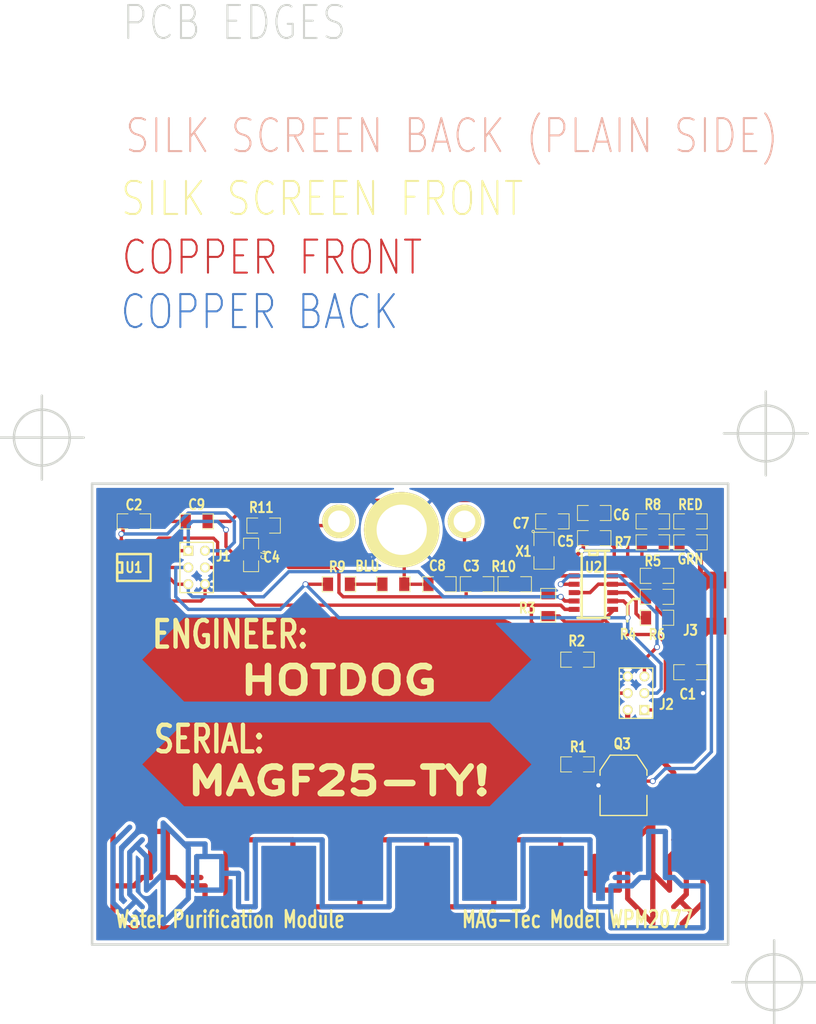
<source format=kicad_pcb>
(kicad_pcb (version 20240108) (generator "pcbnew") (generator_version "8.0")
  (title_block (date "10 dec 2012"))
  (layers (0 "F.Cu" signal "Front") (31 "B.Cu" signal "Back") (36 "B.SilkS" user "B.Silkscreen") (37 "F.SilkS" user "F.Silkscreen") (38 "B.Mask" user) (39 "F.Mask" user) (44 "Edge.Cuts" user))
  (net 0 "")
  (net 1 "/85RESET")
  (net 2 "/MISO")
  (net 3 "/MISO_PGM")
  (net 4 "/MOSI")
  (net 5 "/PGM_ACTIVE")
  (net 6 "/PGM_ON")
  (net 7 "/SCK")
  (net 8 "/Touch1")
  (net 9 "/Touch2")
  (net 10 "GND")
  (net 11 "N-000005")
  (net 12 "N-000006")
  (net 13 "N-000007")
  (net 14 "N-000008")
  (net 15 "N-000009")
  (net 16 "N-000010")
  (net 17 "N-000011")
  (net 18 "N-000012")
  (net 19 "N-000015")
  (net 20 "N-000017")
  (net 21 "N-000019")
  (net 22 "N-000020")
  (net 23 "N-000021")
  (net 24 "N-000023")
  (net 25 "N-000025")
  (net 26 "VCC")
  (footprint "pin_array_3x2" (layer "F.Cu") (at 112.395 133.35 -90)
    (property "Reference" "")
    (property "Value" "" (hide yes))
  )
  (footprint "SO8N-WIDE" (layer "F.Cu") (at 102.87 133.35)
    (property "Reference" "")
    (property "Value" "")
  )
  (footprint "SO14M" (layer "F.Cu") (at 172.72 135.89 -90)
    (property "Reference" "")
    (property "Value" "")
  )
  (footprint "SM1210L" (layer "F.Cu") (at 165.1 130.81 -90)
    (property "Reference" "")
    (property "Value" "")
  )
  (footprint "SM1206" (layer "F.Cu") (at 170.18 147.32 180)
    (property "Reference" "")
    (property "Value" "1M" (hide yes))
  )
  (footprint "SM1206" (layer "F.Cu") (at 170.18 163.195 180)
    (property "Reference" "")
    (property "Value" "1M" (hide yes))
  )
  (footprint "SM1206" (layer "F.Cu") (at 182.245 137.795)
    (property "Reference" "")
    (property "Value" "33" (hide yes))
  )
  (footprint "SM1206" (layer "F.Cu") (at 182.245 134.62)
    (property "Reference" "")
    (property "Value" "1k5" (hide yes))
  )
  (footprint "SM1206" (layer "F.Cu") (at 182.245 140.97)
    (property "Reference" "")
    (property "Value" "33" (hide yes))
  )
  (footprint "SM1206" (layer "F.Cu") (at 102.87 126.365)
    (property "Reference" "")
    (property "Value" ".1u" (hide yes))
  )
  (footprint "SM1206" (layer "F.Cu") (at 120.65 131.445 -90)
    (property "Reference" "C4")
    (property "Value" "" (hide yes))
  )
  (footprint "SM1206" (layer "F.Cu") (at 181.61 129.54)
    (property "Reference" "")
    (property "Value" "680" (hide yes))
  )
  (footprint "SM1206" (layer "F.Cu") (at 181.61 126.365)
    (property "Reference" "")
    (property "Value" "680" (hide yes))
  )
  (footprint "SM1206" (layer "F.Cu") (at 187.325 129.54)
    (property "Reference" "")
    (property "Value" "GRN" (hide yes))
  )
  (footprint "SM1206" (layer "F.Cu") (at 187.325 126.365)
    (property "Reference" "")
    (property "Value" "RED" (hide yes))
  )
  (footprint "pin_array_3x2" (layer "F.Cu") (at 179.07 152.4 90)
    (property "Reference" "")
    (property "Value" "AVR-ISP-6" (hide yes))
  )
  (footprint "1pin" (layer "F.Cu") (at 133.985 126.365 180)
    (property "Reference" "")
    (property "Value" "CONN_1" (hide yes))
  )
  (footprint "Pad1" (layer "F.Cu") (at 110.49 163.195 180)
    (property "Reference" "")
    (property "Value" "")
  )
  (footprint "Pad1" (layer "F.Cu") (at 156.845 163.195)
    (property "Reference" "")
    (property "Value" "")
  )
  (footprint "Pad1" (layer "F.Cu") (at 156.845 147.32)
    (property "Reference" "")
    (property "Value" "")
  )
  (footprint "Pad1" (layer "F.Cu") (at 110.49 147.32)
    (property "Reference" "")
    (property "Value" "")
  )
  (footprint "SM1206" (layer "F.Cu") (at 133.985 135.89)
    (property "Reference" "")
    (property "Value" "680" (hide yes))
  )
  (footprint "SM1206" (layer "F.Cu") (at 154.94 135.89 180)
    (property "Reference" "")
    (property "Value" "1u" (hide yes))
  )
  (footprint "SM1206" (layer "F.Cu") (at 142.24 135.89)
    (property "Reference" "")
    (property "Value" "LED" (hide yes))
  )
  (footprint "SM1206" (layer "F.Cu") (at 165.735 139.065 -90)
    (property "Reference" "")
    (property "Value" "120" (hide yes))
  )
  (footprint "SM1206" (layer "F.Cu") (at 187.325 149.225)
    (property "Reference" "")
    (property "Value" "10u" (hide yes))
  )
  (footprint "SOT223" (layer "F.Cu") (at 177.165 166.37)
    (property "Reference" "")
    (property "Value" "")
  )
  (footprint "SM1206" (layer "F.Cu") (at 172.72 128.905)
    (property "Reference" "")
    (property "Value" "1u" (hide yes))
  )
  (footprint "SM1206" (layer "F.Cu") (at 149.225 135.89 180)
    (property "Reference" "")
    (property "Value" ".01u" (hide yes))
  )
  (footprint "SM1206" (layer "F.Cu") (at 112.395 126.365 180)
    (property "Reference" "")
    (property "Value" "" (hide yes))
  )
  (footprint "SM1206" (layer "F.Cu") (at 122.555 127 180)
    (property "Reference" "")
    (property "Value" "" (hide yes))
  )
  (footprint "SM1206" (layer "F.Cu") (at 160.655 135.89 180)
    (property "Reference" "")
    (property "Value" "1k" (hide yes))
  )
  (footprint "SM1206" (layer "F.Cu") (at 166.37 126.365 180)
    (property "Reference" "")
    (property "Value" "12p" (hide yes))
  )
  (footprint "SM1206" (layer "F.Cu") (at 172.72 125.095 180)
    (property "Reference" "")
    (property "Value" "12p" (hide yes))
  )
  (footprint "1pin" (layer "F.Cu") (at 153.035 126.365)
    (property "Reference" "")
    (property "Value" "CONN_1" (hide yes))
  )
  (footprint "1pin" (layer "F.Cu") (at 143.51 127.635)
    (property "Reference" "P1")
    (property "Value" "" (hide yes))
  )
  (footprint "USB-MiniB" (layer "F.Cu") (at 189.23 136.525 90)
    (property "Reference" "")
    (property "Value" "")
  )
  (gr_line (start 177.75428 141.52626) (end 177.75428 139.01166) (stroke (width 0.381)) (layer "F.SilkS"))
  (gr_line (start 178.64836 138.11758) (end 179.48656 138.11758) (stroke (width 0.381)) (layer "F.SilkS"))
  (gr_line (start 177.75428 139.01166) (end 178.64836 138.11758) (stroke (width 0.381)) (layer "F.SilkS"))
  (gr_line (start 193.04 120.65) (end 193.04 190.5) (stroke (width 0.381)) (layer "Edge.Cuts"))
  (gr_line (start 96.52 190.5) (end 96.52 120.65) (stroke (width 0.381)) (layer "Edge.Cuts"))
  (gr_line (start 193.04 190.5) (end 96.52 190.5) (stroke (width 0.381)) (layer "Edge.Cuts"))
  (gr_line (start 96.52 120.65) (end 193.04 120.65) (stroke (width 0.381)) (layer "Edge.Cuts"))
  (gr_text "COPPER FRONT" (at 123.825 86.36 0) (layer "F.Cu") (effects (font (size 5.00126 4.0005) (thickness 0.3048))))
  (gr_text "COPPER BACK" (at 121.92 94.615 0) (layer "B.Cu") (effects (font (size 5.00126 4.0005) (thickness 0.3048))))
  (gr_text "SILK SCREEN BACK (PLAIN SIDE)" (at 151.13 67.945 0) (layer "B.SilkS") (effects (font (size 5.00126 4.0005) (thickness 0.3048))))
  (gr_text "C2" (at 102.87508 123.86818 0) (layer "F.SilkS") (effects (font (size 1.524 1.27) (thickness 0.3048))))
  (gr_text "R2" (at 170.0657 144.49552 0) (layer "F.SilkS") (effects (font (size 1.524 1.27) (thickness 0.3048))))
  (gr_text "R6" (at 182.245 143.51 0) (layer "F.SilkS") (effects (font (size 1.524 1.27) (thickness 0.3048))))
  (gr_text "C3" (at 154.06116 133.14426 0) (layer "F.SilkS") (effects (font (size 1.524 1.27) (thickness 0.3048))))
  (gr_text "U1" (at 102.87 133.35 0) (layer "F.SilkS") (effects (font (size 1.524 1.27) (thickness 0.3048))))
  (gr_text "R3" (at 162.55492 139.51458 0) (layer "F.SilkS") (effects (font (size 1.524 1.27) (thickness 0.3048))))
  (gr_text "C4" (at 123.7742 131.80314 0) (layer "F.SilkS") (effects (font (size 1.524 1.27) (thickness 0.3048))))
  (gr_text "J2" (at 183.67756 154.09926 0) (layer "F.SilkS") (effects (font (size 1.524 1.27) (thickness 0.3048))))
  (gr_text "R4" (at 177.86604 143.48206 0) (layer "F.SilkS") (effects (font (size 1.524 1.27) (thickness 0.3048))))
  (gr_text "ENGINEER:" (at 117.475 143.51 0) (layer "F.SilkS") (effects (font (size 4.03098 3.02514) (thickness 0.6604))))
  (gr_text "R8" (at 181.61 123.825 0) (layer "F.SilkS") (effects (font (size 1.524 1.27) (thickness 0.3048))))
  (gr_text "C9" (at 112.395 123.825 0) (layer "F.SilkS") (effects (font (size 1.524 1.27) (thickness 0.3048))))
  (gr_text "MAG-Tec Model WPM2077" (at 170.18 186.69 0) (layer "F.SilkS") (effects (font (size 2.54 1.778) (thickness 0.381))))
  (gr_text "RED" (at 187.325 123.825 0) (layer "F.SilkS") (effects (font (size 1.524 1.27) (thickness 0.3048))))
  (gr_text "R10" (at 158.9786 133.20014 0) (layer "F.SilkS") (effects (font (size 1.524 1.27) (thickness 0.3048))))
  (gr_text "R11" (at 122.20956 124.25934 0) (layer "F.SilkS") (effects (font (size 1.524 1.27) (thickness 0.3048))))
  (gr_text "C5" (at 168.36644 129.4003 0) (layer "F.SilkS") (effects (font (size 1.524 1.27) (thickness 0.3048))))
  (gr_text "R9" (at 133.72084 133.25602 0) (layer "F.SilkS") (effects (font (size 1.524 1.27) (thickness 0.3048))))
  (gr_text "GRN" (at 187.325 132.08 0) (layer "F.SilkS") (effects (font (size 1.524 1.27) (thickness 0.3048))))
  (gr_text "C8" (at 148.9202 133.08838 0) (layer "F.SilkS") (effects (font (size 1.524 1.27) (thickness 0.3048))))
  (gr_text "R1" (at 170.2943 160.54832 0) (layer "F.SilkS") (effects (font (size 1.524 1.27) (thickness 0.3048))))
  (gr_text "SERIAL:" (at 114.3 159.385 0) (layer "F.SilkS") (effects (font (size 4.03098 3.02514) (thickness 0.6604))))
  (gr_text "HOTDOG" (at 133.985 150.495 0) (layer "F.SilkS") (effects (font (size 4.03098 5.02666) (thickness 1.0033))))
  (gr_text "C7" (at 161.60496 126.66218 0) (layer "F.SilkS") (effects (font (size 1.524 1.27) (thickness 0.3048))))
  (gr_text "J3" (at 187.325 142.875 0) (layer "F.SilkS") (effects (font (size 1.524 1.27) (thickness 0.3048))))
  (gr_text "U2" (at 172.61332 133.3119 0) (layer "F.SilkS") (effects (font (size 1.524 1.27) (thickness 0.3048))))
  (gr_text "J1" (at 116.45392 131.6355 0) (layer "F.SilkS") (effects (font (size 1.524 1.27) (thickness 0.3048))))
  (gr_text "R7" (at 177.08372 129.56794 0) (layer "F.SilkS") (effects (font (size 1.524 1.27) (thickness 0.3048))))
  (gr_text "Q3" (at 176.97196 160.07842 0) (layer "F.SilkS") (effects (font (size 1.524 1.27) (thickness 0.3048))))
  (gr_text "BLU" (at 138.303 133.14426 0) (layer "F.SilkS") (effects (font (size 1.524 1.27) (thickness 0.3048))))
  (gr_text "Water Purification Module" (at 117.475 186.69 0) (layer "F.SilkS") (effects (font (size 2.54 1.778) (thickness 0.381))))
  (gr_text "X1" (at 161.99612 130.90906 0) (layer "F.SilkS") (effects (font (size 1.524 1.27) (thickness 0.3048))))
  (gr_text "C6" (at 176.8602 125.37694 0) (layer "F.SilkS") (effects (font (size 1.524 1.27) (thickness 0.3048))))
  (gr_text "SILK SCREEN FRONT" (at 131.445 77.47 0) (layer "F.SilkS") (effects (font (size 5.00126 4.0005) (thickness 0.3048))))
  (gr_text "MAGF25-TY!" (at 133.985 165.735 0) (layer "F.SilkS") (effects (font (size 4.03098 5.02666) (thickness 1.0033))))
  (gr_text "C1" (at 186.9186 152.54732 0) (layer "F.SilkS") (effects (font (size 1.524 1.27) (thickness 0.3048))))
  (gr_text "R5" (at 181.61 132.36194 0) (layer "F.SilkS") (effects (font (size 1.524 1.27) (thickness 0.3048))))
  (gr_text "PCB EDGES" (at 118.11 50.8 0) (layer "Edge.Cuts") (effects (font (size 5.00126 4.0005) (thickness 0.3048))))
  (target plus (at 200.025 196.215) (size 12.7) (width 0.381) (layer "Edge.Cuts"))
  (target plus (at 88.9 113.665) (size 12.7) (width 0.381) (layer "Edge.Cuts"))
  (target plus (at 198.755 113.03) (size 12.7) (width 0.381) (layer "Edge.Cuts"))
  (segment (start 111.125 180.34) (end 113.03 180.34) (width 0.8001) (layer "F.Cu") (net 0))
  (segment (start 161.925 184.785) (end 151.765 184.785) (width 0.8001) (layer "B.Cu") (net 0))
  (segment (start 183.515 173.355) (end 180.975 173.355) (width 0.8001) (layer "B.Cu") (net 0))
  (segment (start 110.49 175.26) (end 113.665 175.26) (width 0.8001) (layer "B.Cu") (net 0))
  (segment (start 183.515 180.34) (end 183.515 173.355) (width 0.8001) (layer "B.Cu") (net 0))
  (segment (start 112.395 177.165) (end 112.395 182.245) (width 0.8001) (layer "B.Cu") (net 0))
  (segment (start 104.775 177.165) (end 103.1875 175.5775) (width 0.8001) (layer "B.Cu") (net 0))
  (segment (start 102.235 182.88) (end 103.1875 183.8325) (width 0.8001) (layer "B.Cu") (net 0))
  (segment (start 107.315 187.325) (end 111.125 183.515) (width 0.8001) (layer "B.Cu") (net 0))
  (segment (start 101.2825 185.7375) (end 99.695 184.15) (width 0.8001) (layer "B.Cu") (net 0))
  (segment (start 116.205 179.705) (end 117.475 179.705) (width 0.8001) (layer "B.Cu") (net 0))
  (segment (start 161.925 174.625) (end 161.925 184.785) (width 0.8001) (layer "B.Cu") (net 0))
  (segment (start 116.205 179.705) (end 117.475 179.705) (width 0.8001) (layer "B.Cu") (net 0))
  (segment (start 100.965 173.99) (end 102.235 172.72) (width 0.8001) (layer "B.Cu") (net 0))
  (segment (start 101.2825 185.7375) (end 103.1875 183.8325) (width 0.8001) (layer "B.Cu") (net 0))
  (segment (start 180.975 173.355) (end 180.975 180.34) (width 0.8001) (layer "B.Cu") (net 0))
  (segment (start 151.765 184.785) (end 151.765 174.625) (width 0.8001) (layer "B.Cu") (net 0))
  (segment (start 103.1875 175.5775) (end 103.505 175.26) (width 0.8001) (layer "B.Cu") (net 0))
  (segment (start 99.695 184.15) (end 99.695 175.26) (width 0.8001) (layer "B.Cu") (net 0))
  (segment (start 175.26 187.96) (end 189.23 187.96) (width 0.8001) (layer "B.Cu") (net 0))
  (segment (start 175.26 184.785) (end 175.26 187.96) (width 0.8001) (layer "B.Cu") (net 0))
  (segment (start 184.785 180.34) (end 183.515 180.34) (width 0.8001) (layer "B.Cu") (net 0))
  (segment (start 113.03 177.165) (end 112.395 177.165) (width 0.8001) (layer "B.Cu") (net 0))
  (segment (start 175.26 181.61) (end 175.26 184.785) (width 0.8001) (layer "B.Cu") (net 0))
  (segment (start 172.085 184.785) (end 172.085 174.625) (width 0.8001) (layer "B.Cu") (net 0))
  (segment (start 99.695 175.26) (end 100.965 173.99) (width 0.8001) (layer "B.Cu") (net 0))
  (segment (start 116.205 177.165) (end 113.03 177.165) (width 0.8001) (layer "B.Cu") (net 0))
  (segment (start 175.26 184.785) (end 172.085 184.785) (width 0.8001) (layer "B.Cu") (net 0))
  (segment (start 104.14 174.625) (end 103.505 175.26) (width 0.8001) (layer "B.Cu") (net 0))
  (segment (start 103.505 175.26) (end 102.235 176.53) (width 0.8001) (layer "B.Cu") (net 0))
  (segment (start 177.8 180.34) (end 175.895 180.34) (width 0.8001) (layer "B.Cu") (net 0))
  (segment (start 131.445 184.785) (end 131.445 174.625) (width 0.8001) (layer "B.Cu") (net 0))
  (segment (start 141.605 174.625) (end 141.605 184.785) (width 0.8001) (layer "B.Cu") (net 0))
  (segment (start 107.315 172.085) (end 107.315 179.705) (width 0.8001) (layer "B.Cu") (net 0))
  (segment (start 111.125 183.515) (end 111.125 175.895) (width 0.8001) (layer "B.Cu") (net 0))
  (segment (start 141.605 184.785) (end 131.445 184.785) (width 0.8001) (layer "B.Cu") (net 0))
  (segment (start 113.665 175.26) (end 113.665 177.165) (width 0.8001) (layer "B.Cu") (net 0))
  (segment (start 102.235 176.53) (end 102.235 182.88) (width 0.8001) (layer "B.Cu") (net 0))
  (segment (start 118.745 184.785) (end 118.745 179.705) (width 0.8001) (layer "B.Cu") (net 0))
  (segment (start 117.475 179.705) (end 118.745 179.705) (width 0.8001) (layer "B.Cu") (net 0))
  (segment (start 121.285 184.785) (end 118.745 184.785) (width 0.8001) (layer "B.Cu") (net 0))
  (segment (start 178.435 181.61) (end 175.26 181.61) (width 0.8001) (layer "B.Cu") (net 0))
  (segment (start 111.125 175.895) (end 107.315 172.085) (width 0.8001) (layer "B.Cu") (net 0))
  (segment (start 189.23 181.61) (end 186.055 181.61) (width 0.8001) (layer "B.Cu") (net 0))
  (segment (start 107.315 179.705) (end 104.775 182.245) (width 0.8001) (layer "B.Cu") (net 0))
  (segment (start 104.775 182.245) (end 104.775 177.165) (width 0.8001) (layer "B.Cu") (net 0))
  (segment (start 189.23 187.96) (end 189.23 186.69) (width 0.8001) (layer "B.Cu") (net 0))
  (segment (start 179.705 180.34) (end 178.435 181.61) (width 0.8001) (layer "B.Cu") (net 0))
  (segment (start 131.445 174.625) (end 121.285 174.625) (width 0.8001) (layer "B.Cu") (net 0))
  (segment (start 102.87 187.325) (end 101.2825 185.7375) (width 0.8001) (layer "B.Cu") (net 0))
  (segment (start 107.315 186.055) (end 107.315 187.325) (width 0.8001) (layer "B.Cu") (net 0))
  (segment (start 107.315 179.705) (end 107.315 186.055) (width 0.8001) (layer "B.Cu") (net 0))
  (segment (start 172.085 174.625) (end 161.925 174.625) (width 0.8001) (layer "B.Cu") (net 0))
  (segment (start 189.23 186.69) (end 189.23 181.61) (width 0.8001) (layer "B.Cu") (net 0))
  (segment (start 121.285 174.625) (end 121.285 184.785) (width 0.8001) (layer "B.Cu") (net 0))
  (segment (start 151.765 174.625) (end 141.605 174.625) (width 0.8001) (layer "B.Cu") (net 0))
  (segment (start 112.395 182.245) (end 116.205 182.245) (width 0.8001) (layer "B.Cu") (net 0))
  (segment (start 116.205 182.245) (end 116.205 177.165) (width 0.8001) (layer "B.Cu") (net 0))
  (segment (start 103.1875 183.8325) (end 104.14 184.785) (width 0.8001) (layer "B.Cu") (net 0))
  (segment (start 186.055 181.61) (end 184.785 180.34) (width 0.8001) (layer "B.Cu") (net 0))
  (segment (start 180.975 180.34) (end 179.705 180.34) (width 0.8001) (layer "B.Cu") (net 0))
  (segment (start 100.965 136.779) (end 100.965 135.255) (width 0.508) (layer "F.Cu") (net 1))
  (segment (start 169.672 138.43) (end 168.275 138.43) (width 0.508) (layer "F.Cu") (net 1))
  (segment (start 107.95 134.62) (end 109.22 135.89) (width 0.508) (layer "F.Cu") (net 1))
  (segment (start 100.965 135.255) (end 101.6 134.62) (width 0.508) (layer "F.Cu") (net 1))
  (segment (start 101.6 134.62) (end 107.95 134.62) (width 0.508) (layer "F.Cu") (net 1))
  (segment (start 168.275 138.43) (end 167.64 137.795) (width 0.508) (layer "F.Cu") (net 1))
  (segment (start 109.22 135.89) (end 111.125 135.89) (width 0.508) (layer "F.Cu") (net 1))
  (segment (start 169.418 138.43) (end 168.275 138.43) (width 0.508) (layer "F.Cu") (net 1))
  (segment (start 168.275 138.43) (end 167.64 137.795) (width 0.508) (layer "F.Cu") (net 1))
  (via (at 167.64 137.795) (size 0.889) (drill 0.635) (layers "F.Cu" "B.Cu") (net 1))
  (segment (start 111.125 135.89) (end 111.125 137.16) (width 0.508) (layer "B.Cu") (net 1))
  (segment (start 167.64 137.795) (end 149.86 137.795) (width 0.508) (layer "B.Cu") (net 1))
  (segment (start 149.86 137.795) (end 146.05 133.985) (width 0.508) (layer "B.Cu") (net 1))
  (segment (start 126.365 133.985) (end 122.555 137.795) (width 0.508) (layer "B.Cu") (net 1))
  (segment (start 146.05 133.985) (end 144.78 133.985) (width 0.508) (layer "B.Cu") (net 1))
  (segment (start 111.76 137.795) (end 111.125 137.16) (width 0.508) (layer "B.Cu") (net 1))
  (segment (start 122.555 137.795) (end 111.76 137.795) (width 0.508) (layer "B.Cu") (net 1))
  (segment (start 144.78 133.985) (end 126.365 133.985) (width 0.508) (layer "B.Cu") (net 1))
  (segment (start 153.035 137.795) (end 165.354 137.795) (width 0.508) (layer "F.Cu") (net 2))
  (segment (start 133.35 133.35) (end 133.985 133.985) (width 0.508) (layer "F.Cu") (net 2))
  (segment (start 165.354 137.795) (end 165.735 137.414) (width 0.508) (layer "F.Cu") (net 2))
  (segment (start 107.315 130.81) (end 106.045 132.08) (width 0.508) (layer "F.Cu") (net 2))
  (segment (start 152.4 137.795) (end 152.654 137.795) (width 0.508) (layer "F.Cu") (net 2))
  (segment (start 103.505 131.445) (end 103.505 129.921) (width 0.508) (layer "F.Cu") (net 2))
  (segment (start 126.365 133.35) (end 133.35 133.35) (width 0.508) (layer "F.Cu") (net 2))
  (segment (start 104.14 132.08) (end 103.505 131.445) (width 0.508) (layer "F.Cu") (net 2))
  (segment (start 134.62 137.795) (end 152.4 137.795) (width 0.508) (layer "F.Cu") (net 2))
  (segment (start 133.985 137.16) (end 134.62 137.795) (width 0.508) (layer "F.Cu") (net 2))
  (segment (start 153.289 135.89) (end 153.289 137.795) (width 0.508) (layer "F.Cu") (net 2))
  (segment (start 152.4 137.795) (end 153.035 137.795) (width 0.508) (layer "F.Cu") (net 2))
  (segment (start 106.045 132.08) (end 104.14 132.08) (width 0.508) (layer "F.Cu") (net 2))
  (segment (start 118.11 131.445) (end 124.46 131.445) (width 0.508) (layer "F.Cu") (net 2))
  (segment (start 116.84 130.175) (end 118.11 131.445) (width 0.508) (layer "F.Cu") (net 2))
  (segment (start 116.84 127.635) (end 116.84 130.175) (width 0.508) (layer "F.Cu") (net 2))
  (segment (start 111.125 130.81) (end 107.315 130.81) (width 0.508) (layer "F.Cu") (net 2))
  (segment (start 153.289 137.795) (end 153.035 137.795) (width 0.508) (layer "F.Cu") (net 2))
  (segment (start 124.46 131.445) (end 126.365 133.35) (width 0.508) (layer "F.Cu") (net 2))
  (segment (start 133.985 133.985) (end 133.985 137.16) (width 0.508) (layer "F.Cu") (net 2))
  (via (at 111.125 130.81) (size 0.889) (drill 0.635) (layers "F.Cu" "B.Cu") (net 2))
  (via (at 116.84 127.635) (size 0.889) (drill 0.635) (layers "F.Cu" "B.Cu") (net 2))
  (segment (start 111.76 126.365) (end 115.57 126.365) (width 0.508) (layer "B.Cu") (net 2))
  (segment (start 111.125 130.81) (end 111.125 127) (width 0.508) (layer "B.Cu") (net 2))
  (segment (start 111.125 127) (end 111.76 126.365) (width 0.508) (layer "B.Cu") (net 2))
  (segment (start 115.57 126.365) (end 116.84 127.635) (width 0.508) (layer "B.Cu") (net 2))
  (segment (start 183.515 144.78) (end 182.245 143.51) (width 0.508) (layer "F.Cu") (net 3))
  (segment (start 173.863 141.605) (end 174.244 141.224) (width 0.508) (layer "F.Cu") (net 3))
  (segment (start 174.244 141.224) (end 175.768 139.7) (width 0.508) (layer "F.Cu") (net 3))
  (segment (start 165.735 140.716) (end 167.386 140.716) (width 0.508) (layer "F.Cu") (net 3))
  (segment (start 168.275 141.605) (end 167.386 140.716) (width 0.508) (layer "F.Cu") (net 3))
  (segment (start 183.515 153.67) (end 183.515 144.78) (width 0.508) (layer "F.Cu") (net 3))
  (segment (start 173.863 141.605) (end 168.275 141.605) (width 0.508) (layer "F.Cu") (net 3))
  (segment (start 182.245 154.94) (end 183.515 153.67) (width 0.508) (layer "F.Cu") (net 3))
  (segment (start 167.386 140.716) (end 167.64 140.97) (width 0.508) (layer "F.Cu") (net 3))
  (segment (start 167.386 140.716) (end 165.735 140.716) (width 0.508) (layer "F.Cu") (net 3))
  (segment (start 168.275 141.605) (end 173.863 141.605) (width 0.508) (layer "F.Cu") (net 3))
  (segment (start 175.514 139.7) (end 175.514 139.954) (width 0.508) (layer "F.Cu") (net 3))
  (segment (start 167.64 140.97) (end 168.275 141.605) (width 0.508) (layer "F.Cu") (net 3))
  (segment (start 180.34 154.94) (end 182.245 154.94) (width 0.508) (layer "F.Cu") (net 3))
  (segment (start 176.53 143.51) (end 174.244 141.224) (width 0.508) (layer "F.Cu") (net 3))
  (segment (start 167.386 140.716) (end 167.64 140.97) (width 0.508) (layer "F.Cu") (net 3))
  (segment (start 182.245 143.51) (end 176.53 143.51) (width 0.508) (layer "F.Cu") (net 3))
  (segment (start 175.514 139.954) (end 173.863 141.605) (width 0.508) (layer "F.Cu") (net 3))
  (segment (start 114.935 133.35) (end 113.665 133.35) (width 0.508) (layer "F.Cu") (net 4))
  (segment (start 175.895 144.78) (end 175.895 151.765) (width 0.508) (layer "F.Cu") (net 4))
  (segment (start 115.2525 133.0325) (end 114.935 133.35) (width 0.508) (layer "F.Cu") (net 4))
  (segment (start 169.418 139.7) (end 168.91 139.7) (width 0.508) (layer "F.Cu") (net 4))
  (segment (start 163.195 139.065) (end 163.195 141.605) (width 0.508) (layer "F.Cu") (net 4))
  (segment (start 173.99 142.875) (end 175.895 144.78) (width 0.508) (layer "F.Cu") (net 4))
  (segment (start 115.316 133.096) (end 115.57 133.35) (width 0.508) (layer "F.Cu") (net 4))
  (segment (start 164.465 142.875) (end 173.99 142.875) (width 0.508) (layer "F.Cu") (net 4))
  (segment (start 176.53 152.4) (end 177.8 152.4) (width 0.508) (layer "F.Cu") (net 4))
  (segment (start 168.275 139.7) (end 167.64 139.065) (width 0.508) (layer "F.Cu") (net 4))
  (segment (start 104.775 129.921) (end 105.664 129.921) (width 0.508) (layer "F.Cu") (net 4))
  (segment (start 167.64 139.065) (end 163.195 139.065) (width 0.508) (layer "F.Cu") (net 4))
  (segment (start 121.285 139.065) (end 115.57 133.35) (width 0.508) (layer "F.Cu") (net 4))
  (segment (start 105.664 129.921) (end 106.68 128.905) (width 0.508) (layer "F.Cu") (net 4))
  (segment (start 176.53 152.4) (end 177.8 152.4) (width 0.508) (layer "F.Cu") (net 4))
  (segment (start 163.195 141.605) (end 164.465 142.875) (width 0.508) (layer "F.Cu") (net 4))
  (segment (start 115.57 133.35) (end 115.2525 133.0325) (width 0.508) (layer "F.Cu") (net 4))
  (segment (start 164.465 142.875) (end 173.99 142.875) (width 0.508) (layer "F.Cu") (net 4))
  (segment (start 168.275 139.7) (end 167.64 139.065) (width 0.508) (layer "F.Cu") (net 4))
  (segment (start 175.895 144.78) (end 175.895 151.765) (width 0.508) (layer "F.Cu") (net 4))
  (segment (start 115.2525 129.2225) (end 115.57 129.54) (width 0.508) (layer "F.Cu") (net 4))
  (segment (start 175.895 151.765) (end 176.53 152.4) (width 0.508) (layer "F.Cu") (net 4))
  (segment (start 163.195 139.065) (end 121.285 139.065) (width 0.508) (layer "F.Cu") (net 4))
  (segment (start 169.672 139.7) (end 168.275 139.7) (width 0.508) (layer "F.Cu") (net 4))
  (segment (start 114.935 128.905) (end 115.2525 129.2225) (width 0.508) (layer "F.Cu") (net 4))
  (segment (start 120.65 133.096) (end 115.316 133.096) (width 0.508) (layer "F.Cu") (net 4))
  (segment (start 115.57 129.54) (end 115.57 132.715) (width 0.508) (layer "F.Cu") (net 4))
  (segment (start 167.64 139.065) (end 163.195 139.065) (width 0.508) (layer "F.Cu") (net 4))
  (segment (start 163.195 139.065) (end 163.195 141.605) (width 0.508) (layer "F.Cu") (net 4))
  (segment (start 173.99 142.875) (end 175.895 144.78) (width 0.508) (layer "F.Cu") (net 4))
  (segment (start 169.418 139.7) (end 168.275 139.7) (width 0.508) (layer "F.Cu") (net 4))
  (segment (start 163.195 141.605) (end 164.465 142.875) (width 0.508) (layer "F.Cu") (net 4))
  (segment (start 175.895 151.765) (end 176.53 152.4) (width 0.508) (layer "F.Cu") (net 4))
  (segment (start 106.68 128.905) (end 114.935 128.905) (width 0.508) (layer "F.Cu") (net 4))
  (segment (start 115.57 132.715) (end 115.2525 133.0325) (width 0.508) (layer "F.Cu") (net 4))
  (segment (start 177.8 132.715) (end 177.8 127) (width 0.508) (layer "F.Cu") (net 5))
  (segment (start 177.8 127) (end 178.689 126.111) (width 0.508) (layer "F.Cu") (net 5))
  (segment (start 178.689 126.111) (end 179.07 126.111) (width 0.508) (layer "F.Cu") (net 5))
  (segment (start 179.07 126.111) (end 179.705 126.111) (width 0.508) (layer "F.Cu") (net 5))
  (segment (start 175.514 133.35) (end 176.53 133.35) (width 0.508) (layer "F.Cu") (net 5))
  (segment (start 175.768 133.35) (end 176.53 133.35) (width 0.508) (layer "F.Cu") (net 5))
  (segment (start 177.165 133.35) (end 177.8 132.715) (width 0.508) (layer "F.Cu") (net 5))
  (segment (start 176.53 133.35) (end 177.165 133.35) (width 0.508) (layer "F.Cu") (net 5))
  (segment (start 179.705 126.111) (end 179.959 126.365) (width 0.508) (layer "F.Cu") (net 5))
  (segment (start 179.959 133.985) (end 180.594 134.62) (width 0.508) (layer "F.Cu") (net 6))
  (segment (start 175.768 134.62) (end 178.435 134.62) (width 0.508) (layer "F.Cu") (net 6))
  (segment (start 178.435 134.62) (end 178.689 134.62) (width 0.508) (layer "F.Cu") (net 6))
  (segment (start 178.435 134.62) (end 180.594 134.62) (width 0.508) (layer "F.Cu") (net 6))
  (segment (start 179.959 129.54) (end 179.959 133.985) (width 0.508) (layer "F.Cu") (net 6))
  (segment (start 180.594 134.239) (end 180.594 134.62) (width 0.508) (layer "F.Cu") (net 6))
  (segment (start 175.514 134.62) (end 180.594 134.62) (width 0.508) (layer "F.Cu") (net 6))
  (segment (start 102.235 129.921) (end 102.235 132.715) (width 0.508) (layer "F.Cu") (net 7))
  (segment (start 128.905 135.89) (end 132.334 135.89) (width 0.508) (layer "F.Cu") (net 7))
  (segment (start 175.768 138.43) (end 177.165 138.43) (width 0.508) (layer "F.Cu") (net 7))
  (segment (start 177.8 139.065) (end 177.8 140.97) (width 0.508) (layer "F.Cu") (net 7))
  (segment (start 177.165 138.43) (end 177.8 139.065) (width 0.508) (layer "F.Cu") (net 7))
  (segment (start 102.87 133.35) (end 111.125 133.35) (width 0.508) (layer "F.Cu") (net 7))
  (segment (start 177.8 139.065) (end 177.8 140.97) (width 0.508) (layer "F.Cu") (net 7))
  (segment (start 102.235 132.715) (end 102.87 133.35) (width 0.508) (layer "F.Cu") (net 7))
  (segment (start 175.514 138.43) (end 177.165 138.43) (width 0.508) (layer "F.Cu") (net 7))
  (segment (start 177.165 138.43) (end 177.8 139.065) (width 0.508) (layer "F.Cu") (net 7))
  (via (at 128.905 135.89) (size 0.889) (drill 0.635) (layers "F.Cu" "B.Cu") (net 7))
  (via (at 177.8 140.97) (size 0.889) (drill 0.635) (layers "F.Cu" "B.Cu") (net 7))
  (segment (start 177.8 142.875) (end 182.88 147.955) (width 0.508) (layer "B.Cu") (net 7))
  (segment (start 133.985 140.97) (end 177.8 140.97) (width 0.508) (layer "B.Cu") (net 7))
  (segment (start 109.22 133.35) (end 109.22 137.795) (width 0.508) (layer "B.Cu") (net 7))
  (segment (start 182.88 147.955) (end 182.88 151.765) (width 0.508) (layer "B.Cu") (net 7))
  (segment (start 177.8 140.97) (end 177.8 142.875) (width 0.508) (layer "B.Cu") (net 7))
  (segment (start 111.125 133.35) (end 109.22 133.35) (width 0.508) (layer "B.Cu") (net 7))
  (segment (start 182.88 151.765) (end 182.245 152.4) (width 0.508) (layer "B.Cu") (net 7))
  (segment (start 111.125 139.7) (end 125.095 139.7) (width 0.508) (layer "B.Cu") (net 7))
  (segment (start 125.095 139.7) (end 128.905 135.89) (width 0.508) (layer "B.Cu") (net 7))
  (segment (start 182.245 152.4) (end 180.34 152.4) (width 0.508) (layer "B.Cu") (net 7))
  (segment (start 128.905 135.89) (end 133.985 140.97) (width 0.508) (layer "B.Cu") (net 7))
  (segment (start 109.22 137.795) (end 111.125 139.7) (width 0.508) (layer "B.Cu") (net 7))
  (segment (start 159.385 147.32) (end 168.529 147.32) (width 0.508) (layer "F.Cu") (net 8))
  (segment (start 103.505 136.779) (end 103.505 140.335) (width 0.508) (layer "F.Cu") (net 8))
  (segment (start 156.845 147.32) (end 110.49 147.32) (width 13.081) (layer "F.Cu") (net 8))
  (segment (start 103.505 140.335) (end 110.49 147.32) (width 0.508) (layer "F.Cu") (net 8))
  (segment (start 156.845 147.32) (end 168.529 147.32) (width 0.508) (layer "F.Cu") (net 8))
  (segment (start 102.235 154.94) (end 110.49 163.195) (width 0.508) (layer "F.Cu") (net 9))
  (segment (start 168.529 163.195) (end 156.845 163.195) (width 0.508) (layer "F.Cu") (net 9))
  (segment (start 156.845 163.195) (end 110.49 163.195) (width 13.081) (layer "F.Cu") (net 9))
  (segment (start 102.235 136.779) (end 102.235 154.94) (width 0.508) (layer "F.Cu") (net 9))
  (segment (start 175.768 132.08) (end 175.768 130.302) (width 0.508) (layer "F.Cu") (net 10))
  (segment (start 188.976 126.365) (end 188.976 129.54) (width 0.508) (layer "F.Cu") (net 10))
  (segment (start 175.514 132.08) (end 175.768 132.08) (width 0.508) (layer "F.Cu") (net 10))
  (segment (start 188.722 134.239) (end 188.722 130.556) (width 0.508) (layer "F.Cu") (net 10))
  (segment (start 188.976 134.493) (end 189.738 135.255) (width 0.508) (layer "F.Cu") (net 10))
  (segment (start 113.665 137.795) (end 113.665 135.89) (width 0.508) (layer "F.Cu") (net 10))
  (segment (start 174.371 125.095) (end 174.371 124.714) (width 0.508) (layer "F.Cu") (net 10))
  (segment (start 188.722 130.556) (end 188.722 126.111) (width 0.508) (layer "F.Cu") (net 10))
  (segment (start 188.722 130.556) (end 188.722 134.239) (width 0.508) (layer "F.Cu") (net 10))
  (segment (start 168.91 126.365) (end 168.021 126.365) (width 0.508) (layer "F.Cu") (net 10))
  (segment (start 175.768 130.302) (end 175.768 132.08) (width 0.508) (layer "F.Cu") (net 10))
  (segment (start 110.744 126.365) (end 104.521 126.365) (width 0.508) (layer "F.Cu") (net 10))
  (segment (start 104.775 137.795) (end 105.41 138.43) (width 0.508) (layer "F.Cu") (net 10))
  (segment (start 129.54 123.19) (end 140.97 123.19) (width 0.508) (layer "F.Cu") (net 10))
  (segment (start 169.545 127) (end 168.91 126.365) (width 0.508) (layer "F.Cu") (net 10))
  (segment (start 174.371 127) (end 169.545 127) (width 0.508) (layer "F.Cu") (net 10))
  (segment (start 147.574 135.89) (end 143.891 135.89) (width 0.508) (layer "F.Cu") (net 10))
  (segment (start 174.371 124.714) (end 175.895 123.19) (width 0.508) (layer "F.Cu") (net 10))
  (segment (start 174.879 167.894) (end 174.879 169.672) (width 0.508) (layer "F.Cu") (net 10))
  (segment (start 187.325 123.19) (end 188.722 124.587) (width 0.508) (layer "F.Cu") (net 10))
  (segment (start 191.008 135.255) (end 191.008 142.24) (width 0.508) (layer "F.Cu") (net 10))
  (segment (start 173.355 166.37) (end 174.879 167.894) (width 0.508) (layer "F.Cu") (net 10))
  (segment (start 175.895 123.19) (end 187.325 123.19) (width 0.508) (layer "F.Cu") (net 10))
  (segment (start 188.976 152.146) (end 188.976 149.225) (width 0.508) (layer "F.Cu") (net 10))
  (segment (start 105.41 138.43) (end 113.03 138.43) (width 0.508) (layer "F.Cu") (net 10))
  (segment (start 174.371 126.365) (end 174.371 125.095) (width 0.508) (layer "F.Cu") (net 10))
  (segment (start 143.51 125.73) (end 143.51 127.635) (width 0.508) (layer "F.Cu") (net 10))
  (segment (start 189.738 135.255) (end 191.008 135.255) (width 0.508) (layer "F.Cu") (net 10))
  (segment (start 188.976 144.272) (end 191.008 142.24) (width 0.508) (layer "F.Cu") (net 10))
  (segment (start 175.768 130.302) (end 174.371 128.905) (width 0.508) (layer "F.Cu") (net 10))
  (segment (start 174.371 128.905) (end 174.371 127) (width 0.508) (layer "F.Cu") (net 10))
  (segment (start 104.521 126.365) (end 104.521 125.349) (width 0.508) (layer "F.Cu") (net 10))
  (segment (start 104.521 125.349) (end 106.68 123.19) (width 0.508) (layer "F.Cu") (net 10))
  (segment (start 174.371 128.905) (end 175.768 130.302) (width 0.508) (layer "F.Cu") (net 10))
  (segment (start 104.521 126.365) (end 104.521 125.984) (width 0.508) (layer "F.Cu") (net 10))
  (segment (start 143.51 127.635) (end 147.955 123.19) (width 0.508) (layer "F.Cu") (net 10))
  (segment (start 113.03 138.43) (end 113.665 137.795) (width 0.508) (layer "F.Cu") (net 10))
  (segment (start 189.23 152.4) (end 188.976 152.146) (width 0.508) (layer "F.Cu") (net 10))
  (segment (start 188.595 136.8044) (end 189.4586 136.8044) (width 0.508) (layer "F.Cu") (net 10))
  (segment (start 143.891 128.016) (end 143.51 127.635) (width 0.508) (layer "F.Cu") (net 10))
  (segment (start 188.722 134.239) (end 189.738 135.255) (width 0.508) (layer "F.Cu") (net 10))
  (segment (start 143.891 128.016) (end 143.51 127.635) (width 0.508) (layer "F.Cu") (net 10))
  (segment (start 188.976 129.54) (end 188.976 134.493) (width 0.508) (layer "F.Cu") (net 10))
  (segment (start 189.4586 136.8044) (end 191.008 135.255) (width 0.508) (layer "F.Cu") (net 10))
  (segment (start 104.775 136.779) (end 104.775 137.795) (width 0.508) (layer "F.Cu") (net 10))
  (segment (start 174.371 128.27) (end 174.371 128.905) (width 0.508) (layer "F.Cu") (net 10))
  (segment (start 144.78 126.365) (end 143.51 127.635) (width 0.508) (layer "F.Cu") (net 10))
  (segment (start 106.68 123.19) (end 140.97 123.19) (width 0.508) (layer "F.Cu") (net 10))
  (segment (start 174.371 127) (end 174.371 126.365) (width 0.508) (layer "F.Cu") (net 10))
  (segment (start 190.373 135.255) (end 189.738 135.255) (width 0.508) (layer "F.Cu") (net 10))
  (segment (start 189.738 135.255) (end 188.722 134.239) (width 0.508) (layer "F.Cu") (net 10))
  (segment (start 143.891 135.89) (end 143.891 128.016) (width 0.508) (layer "F.Cu") (net 10))
  (segment (start 147.955 123.19) (end 175.895 123.19) (width 0.508) (layer "F.Cu") (net 10))
  (segment (start 188.976 149.225) (end 188.976 144.272) (width 0.508) (layer "F.Cu") (net 10))
  (segment (start 188.722 124.587) (end 188.722 126.111) (width 0.508) (layer "F.Cu") (net 10))
  (segment (start 140.97 123.19) (end 143.51 125.73) (width 0.508) (layer "F.Cu") (net 10))
  (via (at 143.51 127.635) (size 0.889) (drill 0.635) (layers "F.Cu" "B.Cu") (net 10))
  (via (at 189.23 152.4) (size 0.889) (drill 0.635) (layers "F.Cu" "B.Cu") (net 10))
  (via (at 173.355 166.37) (size 0.889) (drill 0.635) (layers "F.Cu" "B.Cu") (net 10))
  (segment (start 177.165 162.56) (end 173.355 166.37) (width 0.508) (layer "B.Cu") (net 10))
  (segment (start 100.965 133.985) (end 99.695 132.715) (width 0.8001) (layer "B.Cu") (net 10))
  (segment (start 180.975 162.56) (end 177.165 162.56) (width 0.508) (layer "B.Cu") (net 10))
  (segment (start 139.7 131.445) (end 143.51 127.635) (width 0.508) (layer "B.Cu") (net 10))
  (segment (start 121.92 135.89) (end 126.365 131.445) (width 0.508) (layer "B.Cu") (net 10))
  (segment (start 139.065 123.19) (end 143.51 127.635) (width 0.8001) (layer "B.Cu") (net 10))
  (segment (start 99.695 126.365) (end 102.87 123.19) (width 0.8001) (layer "B.Cu") (net 10))
  (segment (start 174.625 150.495) (end 174.625 156.21) (width 0.508) (layer "B.Cu") (net 10))
  (segment (start 113.665 135.89) (end 121.92 135.89) (width 0.508) (layer "B.Cu") (net 10))
  (segment (start 174.625 156.21) (end 180.975 162.56) (width 0.508) (layer "B.Cu") (net 10))
  (segment (start 180.975 162.56) (end 189.23 154.305) (width 0.508) (layer "B.Cu") (net 10))
  (segment (start 102.87 123.19) (end 139.065 123.19) (width 0.8001) (layer "B.Cu") (net 10))
  (segment (start 175.26 149.86) (end 174.625 150.495) (width 0.508) (layer "B.Cu") (net 10))
  (segment (start 177.8 149.86) (end 175.26 149.86) (width 0.508) (layer "B.Cu") (net 10))
  (segment (start 99.695 132.715) (end 99.695 126.365) (width 0.8001) (layer "B.Cu") (net 10))
  (segment (start 189.23 154.305) (end 189.23 152.4) (width 0.508) (layer "B.Cu") (net 10))
  (segment (start 126.365 131.445) (end 139.7 131.445) (width 0.508) (layer "B.Cu") (net 10))
  (segment (start 185.674 129.54) (end 183.261 129.54) (width 0.508) (layer "F.Cu") (net 11))
  (segment (start 185.42 126.111) (end 183.007 126.111) (width 0.508) (layer "F.Cu") (net 12))
  (segment (start 171.069 128.905) (end 171.069 130.556) (width 0.508) (layer "F.Cu") (net 13))
  (segment (start 171.069 130.429) (end 169.418 132.08) (width 0.508) (layer "F.Cu") (net 13))
  (segment (start 171.069 128.27) (end 171.069 130.429) (width 0.508) (layer "F.Cu") (net 13))
  (segment (start 169.418 132.08) (end 169.545 132.08) (width 0.508) (layer "F.Cu") (net 13))
  (segment (start 181.61 165.735) (end 177.165 165.735) (width 0.508) (layer "F.Cu") (net 13))
  (segment (start 169.672 131.953) (end 169.672 132.08) (width 0.508) (layer "F.Cu") (net 13))
  (segment (start 169.672 132.08) (end 169.672 131.953) (width 0.508) (layer "F.Cu") (net 13))
  (segment (start 169.672 131.953) (end 171.069 130.556) (width 0.508) (layer "F.Cu") (net 13))
  (segment (start 177.165 163.068) (end 177.165 169.672) (width 0.508) (layer "F.Cu") (net 13))
  (segment (start 169.545 132.08) (end 170.815 130.81) (width 0.508) (layer "F.Cu") (net 13))
  (segment (start 171.069 130.556) (end 171.069 128.27) (width 0.508) (layer "F.Cu") (net 13))
  (segment (start 171.069 130.556) (end 169.672 131.953) (width 0.508) (layer "F.Cu") (net 13))
  (segment (start 177.165 165.735) (end 177.165 163.068) (width 0.508) (layer "F.Cu") (net 13))
  (via (at 181.61 165.735) (size 0.889) (drill 0.635) (layers "F.Cu" "B.Cu") (net 13))
  (via (at 170.815 130.81) (size 0.889) (drill 0.635) (layers "F.Cu" "B.Cu") (net 13))
  (segment (start 187.96 163.83) (end 183.515 163.83) (width 0.508) (layer "B.Cu") (net 13))
  (segment (start 190.5 134.62) (end 190.5 161.29) (width 0.508) (layer "B.Cu") (net 13))
  (segment (start 186.69 130.81) (end 190.5 134.62) (width 0.508) (layer "B.Cu") (net 13))
  (segment (start 190.5 161.29) (end 187.96 163.83) (width 0.508) (layer "B.Cu") (net 13))
  (segment (start 183.515 163.83) (end 181.61 165.735) (width 0.508) (layer "B.Cu") (net 13))
  (segment (start 170.815 130.81) (end 186.69 130.81) (width 0.508) (layer "B.Cu") (net 13))
  (segment (start 185.42 137.795) (end 183.896 137.795) (width 0.508) (layer "F.Cu") (net 14))
  (segment (start 188.595 138.811) (end 186.436 138.811) (width 0.508) (layer "F.Cu") (net 14))
  (segment (start 186.436 138.811) (end 185.42 137.795) (width 0.508) (layer "F.Cu") (net 14))
  (segment (start 124.206 127) (end 133.35 127) (width 0.508) (layer "F.Cu") (net 15))
  (segment (start 124.206 126.111) (end 124.206 127) (width 0.508) (layer "F.Cu") (net 15))
  (segment (start 119.38 124.46) (end 122.555 124.46) (width 0.508) (layer "F.Cu") (net 15))
  (segment (start 133.35 127) (end 133.985 126.365) (width 0.508) (layer "F.Cu") (net 15))
  (segment (start 122.555 124.46) (end 124.206 126.111) (width 0.508) (layer "F.Cu") (net 15))
  (segment (start 117.475 126.365) (end 119.38 124.46) (width 0.508) (layer "F.Cu") (net 15))
  (segment (start 114.046 126.365) (end 117.475 126.365) (width 0.508) (layer "F.Cu") (net 15))
  (segment (start 159.385 131.445) (end 162.306 134.366) (width 0.508) (layer "F.Cu") (net 16))
  (segment (start 153.035 131.445) (end 159.385 131.445) (width 0.508) (layer "F.Cu") (net 16))
  (segment (start 150.876 135.89) (end 150.876 133.604) (width 0.508) (layer "F.Cu") (net 16))
  (segment (start 150.876 133.604) (end 153.035 131.445) (width 0.508) (layer "F.Cu") (net 16))
  (segment (start 162.306 134.366) (end 162.306 135.89) (width 0.508) (layer "F.Cu") (net 16))
  (segment (start 153.035 131.445) (end 153.035 126.365) (width 0.508) (layer "F.Cu") (net 16))
  (segment (start 179.705 140.97) (end 180.594 140.97) (width 0.508) (layer "F.Cu") (net 17))
  (segment (start 179.07 138.43) (end 179.07 140.335) (width 0.508) (layer "F.Cu") (net 17))
  (segment (start 179.07 140.335) (end 179.705 140.97) (width 0.508) (layer "F.Cu") (net 17))
  (segment (start 177.8 137.16) (end 179.07 138.43) (width 0.508) (layer "F.Cu") (net 17))
  (segment (start 179.705 140.97) (end 180.594 140.97) (width 0.508) (layer "F.Cu") (net 17))
  (segment (start 179.07 140.335) (end 179.705 140.97) (width 0.508) (layer "F.Cu") (net 17))
  (segment (start 175.768 137.16) (end 177.8 137.16) (width 0.508) (layer "F.Cu") (net 17))
  (segment (start 179.07 138.43) (end 179.07 140.335) (width 0.508) (layer "F.Cu") (net 17))
  (segment (start 177.8 137.16) (end 179.07 138.43) (width 0.508) (layer "F.Cu") (net 17))
  (segment (start 175.514 137.16) (end 177.8 137.16) (width 0.508) (layer "F.Cu") (net 17))
  (segment (start 182.245 145.415) (end 180.34 147.32) (width 0.508) (layer "F.Cu") (net 18))
  (segment (start 180.34 147.32) (end 180.34 149.86) (width 0.508) (layer "F.Cu") (net 18))
  (segment (start 169.672 135.89) (end 167.64 135.89) (width 0.508) (layer "F.Cu") (net 18))
  (via (at 182.245 145.415) (size 0.889) (drill 0.635) (layers "F.Cu" "B.Cu") (net 18))
  (via (at 167.64 135.89) (size 0.889) (drill 0.635) (layers "F.Cu" "B.Cu") (net 18))
  (segment (start 168.91 134.62) (end 176.53 134.62) (width 0.508) (layer "B.Cu") (net 18))
  (segment (start 182.245 140.335) (end 182.245 145.415) (width 0.508) (layer "B.Cu") (net 18))
  (segment (start 167.64 135.89) (end 168.91 134.62) (width 0.508) (layer "B.Cu") (net 18))
  (segment (start 176.53 134.62) (end 182.245 140.335) (width 0.508) (layer "B.Cu") (net 18))
  (segment (start 165.1 132.588) (end 163.703 132.588) (width 0.508) (layer "F.Cu") (net 19))
  (segment (start 163.83 126.365) (end 164.719 126.365) (width 0.508) (layer "F.Cu") (net 19))
  (segment (start 165.1 132.715) (end 165.1 132.588) (width 0.508) (layer "F.Cu") (net 19))
  (segment (start 169.418 134.62) (end 167.005 134.62) (width 0.508) (layer "F.Cu") (net 19))
  (segment (start 167.005 134.62) (end 165.1 132.715) (width 0.508) (layer "F.Cu") (net 19))
  (segment (start 163.703 132.588) (end 162.56 131.445) (width 0.508) (layer "F.Cu") (net 19))
  (segment (start 169.672 134.62) (end 167.005 134.62) (width 0.508) (layer "F.Cu") (net 19))
  (segment (start 165.1 132.715) (end 165.1 132.588) (width 0.508) (layer "F.Cu") (net 19))
  (segment (start 162.56 131.445) (end 162.56 127.635) (width 0.508) (layer "F.Cu") (net 19))
  (segment (start 167.005 134.62) (end 165.1 132.715) (width 0.508) (layer "F.Cu") (net 19))
  (segment (start 162.56 127.635) (end 163.83 126.365) (width 0.508) (layer "F.Cu") (net 19))
  (segment (start 186.7916 139.5984) (end 185.42 140.97) (width 0.508) (layer "F.Cu") (net 20))
  (segment (start 183.896 140.97) (end 184.12968 140.97) (width 0.508) (layer "F.Cu") (net 20))
  (segment (start 183.515 140.97) (end 182.245 139.7) (width 0.508) (layer "F.Cu") (net 20))
  (segment (start 182.245 136.271) (end 183.896 134.62) (width 0.508) (layer "F.Cu") (net 20))
  (segment (start 182.245 139.7) (end 182.245 136.271) (width 0.508) (layer "F.Cu") (net 20))
  (segment (start 184.15 140.97) (end 183.515 140.97) (width 0.508) (layer "F.Cu") (net 20))
  (segment (start 185.42 140.97) (end 183.896 140.97) (width 0.508) (layer "F.Cu") (net 20))
  (segment (start 188.595 139.5984) (end 186.7916 139.5984) (width 0.508) (layer "F.Cu") (net 20))
  (segment (start 156.591 135.89) (end 159.004 135.89) (width 0.508) (layer "F.Cu") (net 21))
  (segment (start 120.65 129.794) (end 120.65 127.254) (width 0.508) (layer "F.Cu") (net 22))
  (segment (start 120.65 127.254) (end 120.904 127) (width 0.508) (layer "F.Cu") (net 22))
  (segment (start 165.1 128.905) (end 166.37 127.635) (width 0.508) (layer "F.Cu") (net 23))
  (segment (start 167.64 130.81) (end 165.862 129.032) (width 0.508) (layer "F.Cu") (net 23))
  (segment (start 167.64 132.715) (end 168.275 133.35) (width 0.508) (layer "F.Cu") (net 23))
  (segment (start 165.862 129.032) (end 165.1 129.032) (width 0.508) (layer "F.Cu") (net 23))
  (segment (start 168.275 133.35) (end 167.64 132.715) (width 0.508) (layer "F.Cu") (net 23))
  (segment (start 169.672 133.35) (end 168.275 133.35) (width 0.508) (layer "F.Cu") (net 23))
  (segment (start 170.434 124.46) (end 171.069 125.095) (width 0.508) (layer "F.Cu") (net 23))
  (segment (start 167.64 132.715) (end 167.64 130.81) (width 0.508) (layer "F.Cu") (net 23))
  (segment (start 168.275 133.35) (end 169.418 133.35) (width 0.508) (layer "F.Cu") (net 23))
  (segment (start 165.1 129.032) (end 165.862 129.032) (width 0.508) (layer "F.Cu") (net 23))
  (segment (start 166.37 127.635) (end 166.37 125.095) (width 0.508) (layer "F.Cu") (net 23))
  (segment (start 167.005 124.46) (end 170.434 124.46) (width 0.508) (layer "F.Cu") (net 23))
  (segment (start 166.37 125.095) (end 167.005 124.46) (width 0.508) (layer "F.Cu") (net 23))
  (segment (start 167.64 130.81) (end 167.64 132.715) (width 0.508) (layer "F.Cu") (net 23))
  (segment (start 165.1 129.032) (end 165.1 128.905) (width 0.508) (layer "F.Cu") (net 23))
  (segment (start 165.862 129.032) (end 167.64 130.81) (width 0.508) (layer "F.Cu") (net 23))
  (segment (start 180.34 137.795) (end 178.435 135.89) (width 0.508) (layer "F.Cu") (net 24))
  (segment (start 178.435 135.89) (end 177.165 135.89) (width 0.508) (layer "F.Cu") (net 24))
  (segment (start 175.514 135.89) (end 178.435 135.89) (width 0.508) (layer "F.Cu") (net 24))
  (segment (start 173.355 135.89) (end 175.514 135.89) (width 0.508) (layer "F.Cu") (net 24))
  (segment (start 173.355 135.89) (end 175.768 135.89) (width 0.508) (layer "F.Cu") (net 24))
  (segment (start 178.435 135.89) (end 180.34 137.795) (width 0.508) (layer "F.Cu") (net 24))
  (segment (start 180.34 137.795) (end 180.594 137.795) (width 0.508) (layer "F.Cu") (net 24))
  (segment (start 169.418 137.16) (end 172.085 137.16) (width 0.508) (layer "F.Cu") (net 24))
  (segment (start 180.594 137.795) (end 180.34 137.795) (width 0.508) (layer "F.Cu") (net 24))
  (segment (start 169.672 137.16) (end 172.085 137.16) (width 0.508) (layer "F.Cu") (net 24))
  (segment (start 172.085 137.16) (end 173.355 135.89) (width 0.508) (layer "F.Cu") (net 24))
  (segment (start 177.165 135.89) (end 175.768 135.89) (width 0.508) (layer "F.Cu") (net 24))
  (segment (start 172.085 137.16) (end 173.355 135.89) (width 0.508) (layer "F.Cu") (net 24))
  (segment (start 135.636 135.89) (end 140.589 135.89) (width 0.508) (layer "F.Cu") (net 25))
  (segment (start 172.72 177.165) (end 175.895 177.165) (width 0.8001) (layer "F.Cu") (net 26))
  (segment (start 187.6425 185.7375) (end 185.7375 183.8325) (width 0.8001) (layer "F.Cu") (net 26))
  (segment (start 101.219 128.016) (end 100.965 128.27) (width 0.508) (layer "F.Cu") (net 26))
  (segment (start 185.42 175.26) (end 186.69 176.53) (width 0.8001) (layer "F.Cu") (net 26))
  (segment (start 184.15 182.245) (end 184.15 177.165) (width 0.8001) (layer "F.Cu") (net 26))
  (segment (start 186.055 155.575) (end 186.055 149.606) (width 0.8001) (layer "F.Cu") (net 26))
  (segment (start 188.595 140.4112) (end 187.2488 140.4112) (width 0.508) (layer "F.Cu") (net 26))
  (segment (start 187.96 173.99) (end 186.69 172.72) (width 0.8001) (layer "F.Cu") (net 26))
  (segment (start 104.14 180.34) (end 105.41 180.34) (width 0.8001) (layer "F.Cu") (net 26))
  (segment (start 171.831 147.32) (end 171.831 163.195) (width 0.508) (layer "F.Cu") (net 26))
  (segment (start 186.69 182.88) (end 185.7375 183.8325) (width 0.8001) (layer "F.Cu") (net 26))
  (segment (start 100.584 129.921) (end 100.965 129.921) (width 0.8001) (layer "F.Cu") (net 26))
  (segment (start 127 184.785) (end 137.16 184.785) (width 0.8001) (layer "F.Cu") (net 26))
  (segment (start 167.64 174.625) (end 167.64 184.785) (width 0.8001) (layer "F.Cu") (net 26))
  (segment (start 116.84 184.785) (end 113.665 184.785) (width 0.8001) (layer "F.Cu") (net 26))
  (segment (start 184.15 177.165) (end 185.7375 175.5775) (width 0.8001) (layer "F.Cu") (net 26))
  (segment (start 176.53 177.165) (end 176.53 182.245) (width 0.8001) (layer "F.Cu") (net 26))
  (segment (start 186.055 149.606) (end 185.674 149.225) (width 0.8001) (layer "F.Cu") (net 26))
  (segment (start 172.72 177.165) (end 175.26 177.165) (width 0.8001) (layer "F.Cu") (net 26))
  (segment (start 173.101 161.925) (end 173.101 161.544) (width 0.508) (layer "F.Cu") (net 26))
  (segment (start 105.41 180.34) (end 105.41 173.355) (width 0.8001) (layer "F.Cu") (net 26))
  (segment (start 185.7375 183.8325) (end 184.785 184.785) (width 0.8001) (layer "F.Cu") (net 26))
  (segment (start 113.665 184.785) (end 113.665 187.96) (width 0.8001) (layer "F.Cu") (net 26))
  (segment (start 99.695 187.96) (end 99.695 186.69) (width 0.8001) (layer "F.Cu") (net 26))
  (segment (start 177.8 183.515) (end 177.8 175.895) (width 0.8001) (layer "F.Cu") (net 26))
  (segment (start 157.48 174.625) (end 167.64 174.625) (width 0.8001) (layer "F.Cu") (net 26))
  (segment (start 99.695 130.81) (end 100.584 129.921) (width 0.8001) (layer "F.Cu") (net 26))
  (segment (start 184.785 168.91) (end 184.785 167.64) (width 0.8001) (layer "F.Cu") (net 26))
  (segment (start 147.32 174.625) (end 147.32 184.785) (width 0.8001) (layer "F.Cu") (net 26))
  (segment (start 182.753 169.672) (end 184.785 167.64) (width 0.508) (layer "F.Cu") (net 26))
  (segment (start 171.831 163.195) (end 173.101 161.925) (width 0.508) (layer "F.Cu") (net 26))
  (segment (start 187.6425 185.7375) (end 189.23 184.15) (width 0.8001) (layer "F.Cu") (net 26))
  (segment (start 175.26 175.26) (end 175.26 177.165) (width 0.8001) (layer "F.Cu") (net 26))
  (segment (start 176.53 182.245) (end 172.72 182.245) (width 0.8001) (layer "F.Cu") (net 26))
  (segment (start 189.23 175.26) (end 187.96 173.99) (width 0.8001) (layer "F.Cu") (net 26))
  (segment (start 170.18 184.785) (end 170.18 179.705) (width 0.8001) (layer "F.Cu") (net 26))
  (segment (start 147.32 184.785) (end 157.48 184.785) (width 0.8001) (layer "F.Cu") (net 26))
  (segment (start 185.674 141.986) (end 185.674 149.225) (width 0.508) (layer "F.Cu") (net 26))
  (segment (start 184.785 167.64) (end 184.785 164.465) (width 0.8001) (layer "F.Cu") (net 26))
  (segment (start 172.72 182.245) (end 172.72 177.165) (width 0.8001) (layer "F.Cu") (net 26))
  (segment (start 99.695 181.61) (end 102.87 181.61) (width 0.8001) (layer "F.Cu") (net 26))
  (segment (start 177.8 175.895) (end 181.61 172.085) (width 0.8001) (layer "F.Cu") (net 26))
  (segment (start 184.785 174.625) (end 185.42 175.26) (width 0.8001) (layer "F.Cu") (net 26))
  (segment (start 100.965 128.27) (end 100.965 129.921) (width 0.508) (layer "F.Cu") (net 26))
  (segment (start 178.435 175.26) (end 177.8 175.895) (width 0.8001) (layer "F.Cu") (net 26))
  (segment (start 99.695 186.69) (end 99.695 181.61) (width 0.8001) (layer "F.Cu") (net 26))
  (segment (start 184.785 164.465) (end 180.975 160.655) (width 0.8001) (layer "F.Cu") (net 26))
  (segment (start 105.41 173.355) (end 107.95 173.355) (width 0.8001) (layer "F.Cu") (net 26))
  (segment (start 181.61 187.325) (end 177.8 183.515) (width 0.8001) (layer "F.Cu") (net 26))
  (segment (start 181.61 186.055) (end 181.61 187.325) (width 0.8001) (layer "F.Cu") (net 26))
  (segment (start 110.49 181.61) (end 113.665 181.61) (width 0.8001) (layer "F.Cu") (net 26))
  (segment (start 157.48 184.785) (end 157.48 174.625) (width 0.8001) (layer "F.Cu") (net 26))
  (segment (start 116.84 184.785) (end 116.84 174.625) (width 0.8001) (layer "F.Cu") (net 26))
  (segment (start 187.96 168.91) (end 184.785 168.91) (width 0.8001) (layer "F.Cu") (net 26))
  (segment (start 181.61 179.705) (end 181.61 186.055) (width 0.8001) (layer "F.Cu") (net 26))
  (segment (start 137.16 174.625) (end 147.32 174.625) (width 0.8001) (layer "F.Cu") (net 26))
  (segment (start 180.975 160.655) (end 186.055 155.575) (width 0.8001) (layer "F.Cu") (net 26))
  (segment (start 127 174.625) (end 127 184.785) (width 0.8001) (layer "F.Cu") (net 26))
  (segment (start 181.61 179.705) (end 184.15 182.245) (width 0.8001) (layer "F.Cu") (net 26))
  (segment (start 178.435 175.26) (end 175.26 175.26) (width 0.8001) (layer "F.Cu") (net 26))
  (segment (start 175.895 177.165) (end 176.53 177.165) (width 0.8001) (layer "F.Cu") (net 26))
  (segment (start 113.665 187.96) (end 99.695 187.96) (width 0.8001) (layer "F.Cu") (net 26))
  (segment (start 172.72 177.165) (end 172.72 179.705) (width 0.8001) (layer "F.Cu") (net 26))
  (segment (start 107.95 173.355) (end 107.95 180.34) (width 0.8001) (layer "F.Cu") (net 26))
  (segment (start 137.16 184.785) (end 137.16 174.625) (width 0.8001) (layer "F.Cu") (net 26))
  (segment (start 186.69 176.53) (end 186.69 182.88) (width 0.8001) (layer "F.Cu") (net 26))
  (segment (start 179.451 169.672) (end 182.753 169.672) (width 0.508) (layer "F.Cu") (net 26))
  (segment (start 116.84 174.625) (end 127 174.625) (width 0.8001) (layer "F.Cu") (net 26))
  (segment (start 172.72 179.705) (end 170.18 179.705) (width 0.8001) (layer "F.Cu") (net 26))
  (segment (start 102.87 181.61) (end 104.14 180.34) (width 0.8001) (layer "F.Cu") (net 26))
  (segment (start 189.23 184.15) (end 189.23 175.26) (width 0.8001) (layer "F.Cu") (net 26))
  (segment (start 180.975 160.655) (end 177.8 157.48) (width 0.8001) (layer "F.Cu") (net 26))
  (segment (start 167.64 184.785) (end 170.18 184.785) (width 0.8001) (layer "F.Cu") (net 26))
  (segment (start 99.695 181.61) (end 99.695 130.81) (width 0.8001) (layer "F.Cu") (net 26))
  (segment (start 113.665 181.61) (end 113.665 184.785) (width 0.8001) (layer "F.Cu") (net 26))
  (segment (start 173.101 161.544) (end 177.8 156.845) (width 0.508) (layer "F.Cu") (net 26))
  (segment (start 187.96 173.99) (end 187.96 168.91) (width 0.8001) (layer "F.Cu") (net 26))
  (segment (start 107.95 180.34) (end 109.22 180.34) (width 0.8001) (layer "F.Cu") (net 26))
  (segment (start 101.219 126.365) (end 101.219 128.016) (width 0.508) (layer "F.Cu") (net 26))
  (segment (start 187.2488 140.4112) (end 185.674 141.986) (width 0.508) (layer "F.Cu") (net 26))
  (segment (start 177.8 156.845) (end 177.8 154.94) (width 0.8001) (layer "F.Cu") (net 26))
  (segment (start 109.22 180.34) (end 110.49 181.61) (width 0.8001) (layer "F.Cu") (net 26))
  (segment (start 185.7375 175.5775) (end 185.42 175.26) (width 0.8001) (layer "F.Cu") (net 26))
  (segment (start 177.8 157.48) (end 177.8 156.845) (width 0.8001) (layer "F.Cu") (net 26))
  (segment (start 181.61 172.085) (end 181.61 179.705) (width 0.8001) (layer "F.Cu") (net 26))
  (segment (start 186.055 187.325) (end 187.6425 185.7375) (width 0.8001) (layer "F.Cu") (net 26))
  (via (at 100.965 128.27) (size 0.889) (drill 0.635) (layers "F.Cu" "B.Cu") (net 26))
  (segment (start 118.11 129.54) (end 116.84 130.81) (width 0.508) (layer "B.Cu") (net 26))
  (segment (start 113.665 130.81) (end 116.84 130.81) (width 0.508) (layer "B.Cu") (net 26))
  (segment (start 118.11 126.365) (end 118.11 129.54) (width 0.508) (layer "B.Cu") (net 26))
  (segment (start 116.84 125.095) (end 118.11 126.365) (width 0.508) (layer "B.Cu") (net 26))
  (segment (start 111.125 125.095) (end 116.84 125.095) (width 0.508) (layer "B.Cu") (net 26))
  (segment (start 107.95 128.27) (end 111.125 125.095) (width 0.508) (layer "B.Cu") (net 26))
  (segment (start 107.95 128.27) (end 100.965 128.27) (width 0.508) (layer "B.Cu") (net 26))
  (zone (net 10) (net_name "GND") (layer "B.Cu") (connect_pads (clearance 0.508)) (min_thickness 0.254) (fill yes (thermal_gap 0.508) (thermal_bridge_width 0.508))
    (polygon (pts (xy 192.405 189.865) (xy 192.405 121.285) (xy 97.155 121.285) (xy 97.155 189.865)))
    (polygon (pts (xy 163.195 163.195) (xy 156.845 169.545) (xy 110.49 169.545) (xy 104.14 163.195) (xy 110.49 156.845) (xy 156.845 156.845)))
    (polygon (pts (xy 163.195 147.32) (xy 156.845 153.67) (xy 110.49 153.67) (xy 104.14 147.32) (xy 110.49 140.97) (xy 156.845 140.97)))
  )
)
</source>
